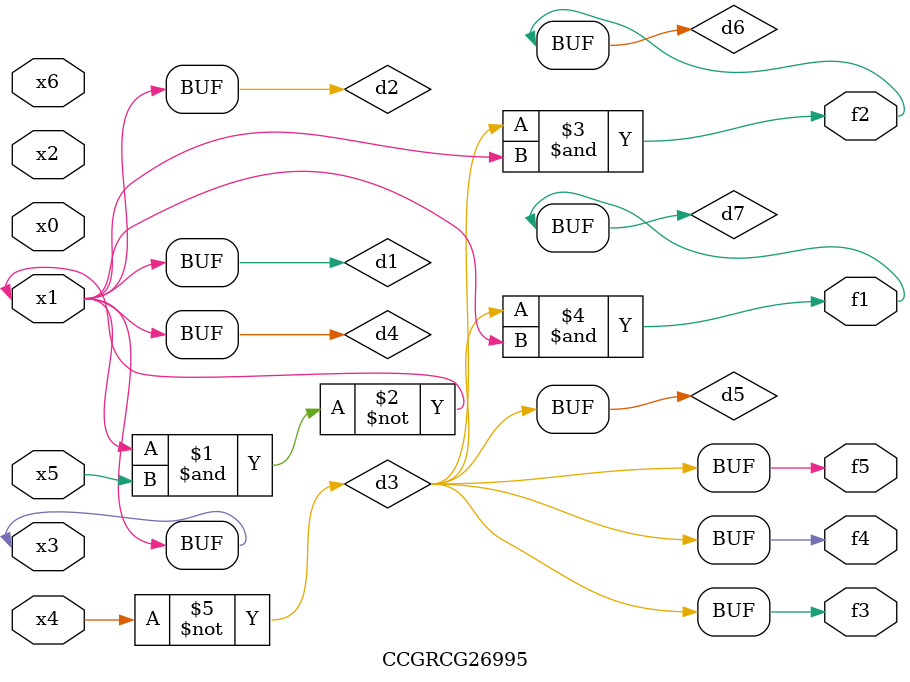
<source format=v>
module CCGRCG26995(
	input x0, x1, x2, x3, x4, x5, x6,
	output f1, f2, f3, f4, f5
);

	wire d1, d2, d3, d4, d5, d6, d7;

	buf (d1, x1, x3);
	nand (d2, x1, x5);
	not (d3, x4);
	buf (d4, d1, d2);
	buf (d5, d3);
	and (d6, d3, d4);
	and (d7, d3, d4);
	assign f1 = d7;
	assign f2 = d6;
	assign f3 = d5;
	assign f4 = d5;
	assign f5 = d5;
endmodule

</source>
